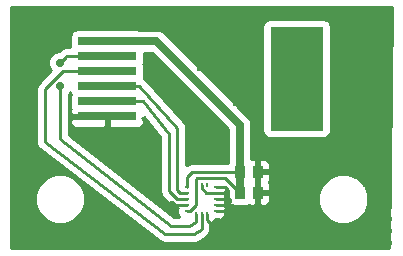
<source format=gtl>
G04 #@! TF.FileFunction,Copper,L1,Top,Signal*
%FSLAX46Y46*%
G04 Gerber Fmt 4.6, Leading zero omitted, Abs format (unit mm)*
G04 Created by KiCad (PCBNEW 4.0.6-e0-6349~53~ubuntu16.04.1) date Sat Jul 29 16:24:50 2017*
%MOMM*%
%LPD*%
G01*
G04 APERTURE LIST*
%ADD10C,0.150000*%
%ADD11C,0.600000*%
%ADD12R,5.000000X0.760000*%
%ADD13R,4.500000X8.800000*%
%ADD14R,0.350000X0.250000*%
%ADD15R,0.250000X0.350000*%
%ADD16R,0.899160X1.000760*%
%ADD17R,0.900000X1.000000*%
%ADD18C,0.700000*%
%ADD19C,0.250000*%
%ADD20C,0.700000*%
%ADD21C,0.254000*%
G04 APERTURE END LIST*
D10*
D11*
X137300000Y-102500000D03*
X137300000Y-101500000D03*
X137300000Y-100500000D03*
X137300000Y-99500000D03*
X137300000Y-98500000D03*
X137300000Y-103500000D03*
X137300000Y-104500000D03*
X155500000Y-112500000D03*
X156500000Y-112500000D03*
X157500000Y-111500000D03*
X156500000Y-111500000D03*
X155500000Y-111500000D03*
X157500000Y-110500000D03*
X156500000Y-110500000D03*
X155500000Y-110500000D03*
X161500000Y-107500000D03*
X160500000Y-107500000D03*
X159500000Y-107500000D03*
X158500000Y-107500000D03*
X161500000Y-106500000D03*
X160500000Y-106500000D03*
X159500000Y-106500000D03*
X158500000Y-106500000D03*
X158500000Y-108500000D03*
X159500000Y-108500000D03*
X160500000Y-108500000D03*
X161500000Y-108500000D03*
X158500000Y-109500000D03*
X159500000Y-109500000D03*
X160500000Y-109500000D03*
X161500000Y-109500000D03*
X158500000Y-110500000D03*
X159500000Y-110500000D03*
X160500000Y-110500000D03*
X161500000Y-110500000D03*
X158500000Y-111500000D03*
X159500000Y-111500000D03*
X160500000Y-111500000D03*
X161500000Y-111500000D03*
D12*
X144000000Y-95425000D03*
X144000000Y-97965000D03*
X144000000Y-100505000D03*
X144000000Y-99235000D03*
X144000000Y-101775000D03*
X144000000Y-96695000D03*
D13*
X160050000Y-98600000D03*
D11*
X152800000Y-104200000D03*
X153800000Y-104200000D03*
X152600000Y-102600000D03*
X151600000Y-102600000D03*
X152400000Y-101400000D03*
X151400000Y-101400000D03*
X150000000Y-100000000D03*
X151000000Y-100000000D03*
X147600000Y-97200000D03*
X149600000Y-98600000D03*
X148600000Y-98600000D03*
X160900000Y-104500000D03*
X159900000Y-104500000D03*
X161900000Y-104500000D03*
X162900000Y-104500000D03*
X161900000Y-105500000D03*
X162900000Y-105500000D03*
X147200000Y-107800000D03*
X148200000Y-106300000D03*
X147200000Y-106300000D03*
X146200000Y-106300000D03*
X145200000Y-106300000D03*
X144300000Y-105900000D03*
X143200000Y-104900000D03*
X144200000Y-104900000D03*
X145200000Y-104900000D03*
X146200000Y-104900000D03*
X147200000Y-104900000D03*
X148200000Y-104900000D03*
X148200000Y-103500000D03*
X147200000Y-103500000D03*
X146200000Y-103500000D03*
X145200000Y-103500000D03*
X144200000Y-103500000D03*
X143200000Y-103500000D03*
X142200000Y-103500000D03*
X161500000Y-112500000D03*
X160500000Y-112500000D03*
X159500000Y-112500000D03*
X158500000Y-112500000D03*
X157500000Y-112500000D03*
X167900000Y-112500000D03*
X166900000Y-112500000D03*
X165900000Y-112500000D03*
X167900000Y-111500000D03*
X166900000Y-111500000D03*
X167900000Y-110500000D03*
X166900000Y-110500000D03*
X167900000Y-109500000D03*
X166900000Y-109500000D03*
X167900000Y-108500000D03*
X166900000Y-108500000D03*
X167900000Y-107500000D03*
X166900000Y-107500000D03*
X165900000Y-107500000D03*
X167900000Y-106500000D03*
X166900000Y-106500000D03*
X165900000Y-106500000D03*
X167900000Y-105500000D03*
X166900000Y-105500000D03*
X165900000Y-105500000D03*
X164900000Y-105500000D03*
X163900000Y-105500000D03*
X167900000Y-104500000D03*
X166900000Y-104500000D03*
X165900000Y-104500000D03*
X164900000Y-104500000D03*
X163900000Y-104500000D03*
X167900000Y-103500000D03*
X166900000Y-103500000D03*
X165900000Y-103500000D03*
X164900000Y-103500000D03*
X163900000Y-103500000D03*
X167900000Y-102500000D03*
X166900000Y-102500000D03*
X165900000Y-102500000D03*
X164900000Y-102500000D03*
X163900000Y-102500000D03*
X167900000Y-101500000D03*
X166900000Y-101500000D03*
X165900000Y-101500000D03*
X164900000Y-101500000D03*
X163900000Y-101500000D03*
X167900000Y-100500000D03*
X166900000Y-100500000D03*
X165900000Y-100500000D03*
X164900000Y-100500000D03*
X163900000Y-100500000D03*
X167900000Y-99500000D03*
X166900000Y-99500000D03*
X165900000Y-99500000D03*
X164900000Y-99500000D03*
X163900000Y-99500000D03*
X167900000Y-98500000D03*
X166900000Y-98500000D03*
X165900000Y-98500000D03*
X164900000Y-98500000D03*
X163900000Y-98500000D03*
X167900000Y-97500000D03*
X166900000Y-97500000D03*
X165900000Y-97500000D03*
X164900000Y-97500000D03*
X163900000Y-97500000D03*
X167900000Y-96500000D03*
X166900000Y-96500000D03*
X165900000Y-96500000D03*
X164900000Y-96500000D03*
X163900000Y-96500000D03*
X167900000Y-95500000D03*
X166900000Y-95500000D03*
X165900000Y-95500000D03*
X164900000Y-95500000D03*
X163900000Y-95500000D03*
X167900000Y-94500000D03*
X166900000Y-94500000D03*
X165900000Y-94500000D03*
X164900000Y-94500000D03*
X163900000Y-94500000D03*
X154900000Y-100700000D03*
X155900000Y-100700000D03*
X156900000Y-100700000D03*
X156900000Y-99200000D03*
X155900000Y-99200000D03*
X154900000Y-99200000D03*
X153900000Y-99200000D03*
X151900000Y-97700000D03*
X152900000Y-97700000D03*
X153900000Y-97700000D03*
X154900000Y-97700000D03*
X155900000Y-97700000D03*
X156900000Y-97700000D03*
X156900000Y-96100000D03*
X155900000Y-96100000D03*
X154900000Y-96100000D03*
X153900000Y-96100000D03*
X152900000Y-96100000D03*
X151900000Y-96100000D03*
X150900000Y-96100000D03*
X150900000Y-94600000D03*
X151900000Y-94600000D03*
X152900000Y-94600000D03*
X153900000Y-94600000D03*
X154900000Y-94600000D03*
X155900000Y-94600000D03*
X156900000Y-94600000D03*
X149900000Y-94600000D03*
X167900000Y-93300000D03*
X166900000Y-93300000D03*
X165900000Y-93300000D03*
X164900000Y-93300000D03*
X163900000Y-93300000D03*
X162900000Y-93300000D03*
X161900000Y-93300000D03*
X160900000Y-93300000D03*
X159900000Y-93300000D03*
X158900000Y-93300000D03*
X157900000Y-93300000D03*
X156900000Y-93300000D03*
X155900000Y-93300000D03*
X154900000Y-93300000D03*
X153900000Y-93300000D03*
X152900000Y-93300000D03*
X151900000Y-93300000D03*
X150900000Y-93300000D03*
X149900000Y-93300000D03*
X148900000Y-93300000D03*
X147900000Y-93300000D03*
X146900000Y-93300000D03*
X145900000Y-93300000D03*
X145600000Y-112600000D03*
X142600000Y-110500000D03*
X143600000Y-110500000D03*
X144600000Y-112600000D03*
X143600000Y-112600000D03*
X142600000Y-112600000D03*
X144600000Y-111600000D03*
X143600000Y-111600000D03*
X142600000Y-111600000D03*
X137400000Y-112500000D03*
X137400000Y-111500000D03*
X137400000Y-110500000D03*
X137400000Y-109500000D03*
X137400000Y-108500000D03*
X137400000Y-107500000D03*
X137400000Y-106500000D03*
X137400000Y-105500000D03*
X136300000Y-112500000D03*
X136300000Y-111500000D03*
X136300000Y-110500000D03*
X136300000Y-109500000D03*
X136300000Y-108500000D03*
X136300000Y-107500000D03*
X136300000Y-106500000D03*
X136300000Y-105500000D03*
X136300000Y-104500000D03*
X136300000Y-103500000D03*
X136300000Y-98500000D03*
X136300000Y-99500000D03*
X136300000Y-100500000D03*
X136300000Y-101500000D03*
X136300000Y-102500000D03*
X143600000Y-93300000D03*
X138300000Y-97300000D03*
X137300000Y-97300000D03*
X136300000Y-97300000D03*
X141300000Y-93300000D03*
X144900000Y-93300000D03*
X138300000Y-96300000D03*
X137300000Y-96300000D03*
X136300000Y-96300000D03*
X142400000Y-93300000D03*
X139300000Y-95300000D03*
X138300000Y-95300000D03*
X137300000Y-95300000D03*
X136300000Y-95300000D03*
X140300000Y-94300000D03*
X139300000Y-94300000D03*
X138300000Y-94300000D03*
X137300000Y-94300000D03*
X136300000Y-94300000D03*
X140300000Y-93300000D03*
X139300000Y-93300000D03*
X138300000Y-93300000D03*
X137300000Y-93300000D03*
X136300000Y-93300000D03*
D14*
X153225000Y-109800000D03*
X153225000Y-109300000D03*
D15*
X152500000Y-107575000D03*
D14*
X153225000Y-107800000D03*
X150775000Y-107800000D03*
X150775000Y-109800000D03*
X150775000Y-108300000D03*
D15*
X151500000Y-107575000D03*
D14*
X150775000Y-108800000D03*
X150775000Y-109300000D03*
X153225000Y-108300000D03*
X153225000Y-108800000D03*
D15*
X152000000Y-107575000D03*
X152000000Y-110025000D03*
X152500000Y-110025000D03*
X151500000Y-110025000D03*
D16*
X156751840Y-108250000D03*
D17*
X155248160Y-108250000D03*
D16*
X156751840Y-106500000D03*
D17*
X155248160Y-106500000D03*
D18*
X149500000Y-109300000D03*
X154200000Y-109000000D03*
X154300000Y-110000000D03*
X153000000Y-111100000D03*
X140000000Y-97250000D03*
X140000000Y-99250000D03*
D19*
X150775000Y-109300000D02*
X149500000Y-109300000D01*
X152000000Y-107575000D02*
X152000000Y-107900000D01*
X152400000Y-108300000D02*
X153225000Y-108300000D01*
X152000000Y-107900000D02*
X152400000Y-108300000D01*
X153225000Y-107800000D02*
X154000000Y-107800000D01*
X154200000Y-108000000D02*
X154200000Y-109000000D01*
X154000000Y-107800000D02*
X154200000Y-108000000D01*
X153225000Y-108300000D02*
X153900000Y-108300000D01*
X154200000Y-108600000D02*
X154200000Y-109000000D01*
X153900000Y-108300000D02*
X154200000Y-108600000D01*
X153225000Y-108800000D02*
X154000000Y-108800000D01*
X153900000Y-109300000D02*
X154200000Y-109000000D01*
X153900000Y-109300000D02*
X153225000Y-109300000D01*
X154000000Y-108800000D02*
X154200000Y-109000000D01*
X153225000Y-109800000D02*
X154100000Y-109800000D01*
X154100000Y-109800000D02*
X154300000Y-110000000D01*
X152500000Y-110025000D02*
X152500000Y-110600000D01*
X152500000Y-110600000D02*
X153000000Y-111100000D01*
X144000000Y-101775000D02*
X142025000Y-101775000D01*
X142025000Y-101775000D02*
X141900000Y-101900000D01*
X149950000Y-107200000D02*
X149950000Y-108050000D01*
X149950000Y-107200000D02*
X149950000Y-102750000D01*
X149950000Y-102750000D02*
X146735000Y-99235000D01*
X144000000Y-99235000D02*
X146735000Y-99235000D01*
X150200000Y-108300000D02*
X150775000Y-108300000D01*
X149950000Y-108050000D02*
X150200000Y-108300000D01*
X149250000Y-107300000D02*
X149250000Y-108150000D01*
X147005000Y-100505000D02*
X149250000Y-103250000D01*
X149250000Y-103250000D02*
X149250000Y-107300000D01*
X144000000Y-100505000D02*
X147005000Y-100505000D01*
X149900000Y-108800000D02*
X150775000Y-108800000D01*
X149250000Y-108150000D02*
X149900000Y-108800000D01*
X150775000Y-109800000D02*
X151000000Y-109800000D01*
X151500000Y-109300000D02*
X151500000Y-107575000D01*
X151000000Y-109800000D02*
X151500000Y-109300000D01*
X151500000Y-107575000D02*
X151500000Y-107100000D01*
X154000000Y-107000000D02*
X155248160Y-108248160D01*
X151600000Y-107000000D02*
X154000000Y-107000000D01*
X151500000Y-107100000D02*
X151600000Y-107000000D01*
X155248160Y-108248160D02*
X155248160Y-108250000D01*
X150775000Y-107800000D02*
X150775000Y-106925000D01*
X151200000Y-106500000D02*
X155248160Y-106500000D01*
X150775000Y-106925000D02*
X151200000Y-106500000D01*
D20*
X155248160Y-106500000D02*
X155248160Y-108250000D01*
X144000000Y-95425000D02*
X148175000Y-95425000D01*
X155248160Y-102498160D02*
X155248160Y-106500000D01*
X148175000Y-95425000D02*
X155248160Y-102498160D01*
D19*
X144175000Y-95600000D02*
X144000000Y-95425000D01*
X152000000Y-110025000D02*
X152000000Y-111300000D01*
X140285000Y-97965000D02*
X144000000Y-97965000D01*
X138750000Y-99500000D02*
X140285000Y-97965000D01*
X138750000Y-104000000D02*
X138750000Y-99500000D01*
X148900000Y-111750000D02*
X138750000Y-104000000D01*
X151400000Y-111750000D02*
X148900000Y-111750000D01*
X152000000Y-111300000D02*
X151400000Y-111750000D01*
X144000000Y-96695000D02*
X140555000Y-96695000D01*
X140555000Y-96695000D02*
X140500000Y-96750000D01*
X151500000Y-110025000D02*
X151500000Y-110700000D01*
X140000000Y-97250000D02*
X140500000Y-96750000D01*
X140000000Y-103750000D02*
X140000000Y-99250000D01*
X149450000Y-111100000D02*
X140000000Y-103750000D01*
X150950000Y-111100000D02*
X149450000Y-111100000D01*
X151500000Y-110700000D02*
X150950000Y-111100000D01*
D21*
G36*
X167874785Y-112973000D02*
X135877000Y-112973000D01*
X135877000Y-109221230D01*
X137872632Y-109221230D01*
X138195766Y-110003274D01*
X138793578Y-110602131D01*
X139575057Y-110926630D01*
X140421230Y-110927368D01*
X141203274Y-110604234D01*
X141802131Y-110006422D01*
X142126630Y-109224943D01*
X142127368Y-108378770D01*
X141804234Y-107596726D01*
X141206422Y-106997869D01*
X140424943Y-106673370D01*
X139578770Y-106672632D01*
X138796726Y-106995766D01*
X138197869Y-107593578D01*
X137873370Y-108375057D01*
X137872632Y-109221230D01*
X135877000Y-109221230D01*
X135877000Y-99500000D01*
X137998000Y-99500000D01*
X137998000Y-104000000D01*
X138007853Y-104049533D01*
X138004670Y-104099933D01*
X138036225Y-104192168D01*
X138055243Y-104287778D01*
X138083300Y-104329768D01*
X138099647Y-104377551D01*
X138164098Y-104450691D01*
X138218256Y-104531744D01*
X138260246Y-104559801D01*
X138293635Y-104597691D01*
X148443635Y-112347691D01*
X148531168Y-112390598D01*
X148612222Y-112444757D01*
X148661754Y-112454610D01*
X148707101Y-112476838D01*
X148804389Y-112482982D01*
X148900000Y-112502000D01*
X151400000Y-112502000D01*
X151492482Y-112483604D01*
X151586632Y-112478472D01*
X151635079Y-112455240D01*
X151687778Y-112444757D01*
X151766178Y-112392372D01*
X151851200Y-112351600D01*
X152451200Y-111901600D01*
X152487070Y-111861594D01*
X152531744Y-111831744D01*
X152584128Y-111753346D01*
X152647077Y-111683139D01*
X152664907Y-111632452D01*
X152694757Y-111587778D01*
X152713152Y-111495300D01*
X152744442Y-111406349D01*
X152741518Y-111352698D01*
X152752000Y-111300000D01*
X152752000Y-110834714D01*
X152984699Y-110738327D01*
X153163327Y-110559698D01*
X153197582Y-110477000D01*
X153388250Y-110477000D01*
X153471250Y-110560000D01*
X153526310Y-110560000D01*
X153759699Y-110463327D01*
X153938327Y-110284698D01*
X154035000Y-110051309D01*
X154035000Y-110021250D01*
X153876250Y-109862500D01*
X153860525Y-109862500D01*
X153938327Y-109784698D01*
X154015596Y-109598154D01*
X154035000Y-109578750D01*
X154035000Y-109521250D01*
X154015596Y-109501846D01*
X153938327Y-109315302D01*
X153923025Y-109300000D01*
X153938327Y-109284698D01*
X154015596Y-109098154D01*
X154035000Y-109078750D01*
X154035000Y-109021250D01*
X154015596Y-109001846D01*
X153938327Y-108815302D01*
X153923025Y-108800000D01*
X153938327Y-108784698D01*
X154015596Y-108598154D01*
X154035000Y-108578750D01*
X154035000Y-108521250D01*
X154015596Y-108501846D01*
X153938327Y-108315302D01*
X153923025Y-108300000D01*
X153938327Y-108284698D01*
X154015596Y-108098154D01*
X154025131Y-108088619D01*
X154158877Y-108222365D01*
X154158877Y-108750000D01*
X154202597Y-108982352D01*
X154339917Y-109195753D01*
X154549443Y-109338917D01*
X154798160Y-109389283D01*
X155698160Y-109389283D01*
X155930512Y-109345563D01*
X155988986Y-109307936D01*
X156175951Y-109385380D01*
X156466090Y-109385380D01*
X156624840Y-109226630D01*
X156624840Y-108377000D01*
X156878840Y-108377000D01*
X156878840Y-109226630D01*
X157037590Y-109385380D01*
X157327729Y-109385380D01*
X157561118Y-109288707D01*
X157628595Y-109221230D01*
X161872632Y-109221230D01*
X162195766Y-110003274D01*
X162793578Y-110602131D01*
X163575057Y-110926630D01*
X164421230Y-110927368D01*
X165203274Y-110604234D01*
X165802131Y-110006422D01*
X166126630Y-109224943D01*
X166127368Y-108378770D01*
X165804234Y-107596726D01*
X165206422Y-106997869D01*
X164424943Y-106673370D01*
X163578770Y-106672632D01*
X162796726Y-106995766D01*
X162197869Y-107593578D01*
X161873370Y-108375057D01*
X161872632Y-109221230D01*
X157628595Y-109221230D01*
X157739747Y-109110079D01*
X157836420Y-108876690D01*
X157836420Y-108535750D01*
X157677670Y-108377000D01*
X156878840Y-108377000D01*
X156624840Y-108377000D01*
X156604840Y-108377000D01*
X156604840Y-108123000D01*
X156624840Y-108123000D01*
X156624840Y-106627000D01*
X156878840Y-106627000D01*
X156878840Y-108123000D01*
X157677670Y-108123000D01*
X157836420Y-107964250D01*
X157836420Y-107623310D01*
X157739747Y-107389921D01*
X157724826Y-107375000D01*
X157739747Y-107360079D01*
X157836420Y-107126690D01*
X157836420Y-106785750D01*
X157677670Y-106627000D01*
X156878840Y-106627000D01*
X156624840Y-106627000D01*
X156604840Y-106627000D01*
X156604840Y-106373000D01*
X156624840Y-106373000D01*
X156624840Y-105523370D01*
X156878840Y-105523370D01*
X156878840Y-106373000D01*
X157677670Y-106373000D01*
X157836420Y-106214250D01*
X157836420Y-105873310D01*
X157739747Y-105639921D01*
X157561118Y-105461293D01*
X157327729Y-105364620D01*
X157037590Y-105364620D01*
X156878840Y-105523370D01*
X156624840Y-105523370D01*
X156466090Y-105364620D01*
X156225160Y-105364620D01*
X156225160Y-102498160D01*
X156150790Y-102124278D01*
X155939003Y-101807317D01*
X148865843Y-94734157D01*
X148663936Y-94599247D01*
X148548882Y-94522370D01*
X148175000Y-94448000D01*
X146708802Y-94448000D01*
X146500000Y-94405717D01*
X141500000Y-94405717D01*
X141267648Y-94449437D01*
X141054247Y-94586757D01*
X140911083Y-94796283D01*
X140860717Y-95045000D01*
X140860717Y-95805000D01*
X140886683Y-95943000D01*
X140555000Y-95943000D01*
X140267222Y-96000243D01*
X140094215Y-96115843D01*
X140023256Y-96163256D01*
X139913588Y-96272924D01*
X139806515Y-96272830D01*
X139447297Y-96421256D01*
X139172222Y-96695851D01*
X139023170Y-97054810D01*
X139022830Y-97443485D01*
X139171256Y-97802703D01*
X139277440Y-97909072D01*
X138218256Y-98968256D01*
X138055243Y-99212222D01*
X137998000Y-99500000D01*
X135877000Y-99500000D01*
X135877000Y-94200000D01*
X157160717Y-94200000D01*
X157160717Y-103000000D01*
X157204437Y-103232352D01*
X157341757Y-103445753D01*
X157551283Y-103588917D01*
X157800000Y-103639283D01*
X162300000Y-103639283D01*
X162532352Y-103595563D01*
X162745753Y-103458243D01*
X162888917Y-103248717D01*
X162939283Y-103000000D01*
X162939283Y-94200000D01*
X162895563Y-93967648D01*
X162758243Y-93754247D01*
X162548717Y-93611083D01*
X162300000Y-93560717D01*
X157800000Y-93560717D01*
X157567648Y-93604437D01*
X157354247Y-93741757D01*
X157211083Y-93951283D01*
X157160717Y-94200000D01*
X135877000Y-94200000D01*
X135877000Y-92577000D01*
X168163407Y-92577000D01*
X167874785Y-112973000D01*
X167874785Y-112973000D01*
G37*
X167874785Y-112973000D02*
X135877000Y-112973000D01*
X135877000Y-109221230D01*
X137872632Y-109221230D01*
X138195766Y-110003274D01*
X138793578Y-110602131D01*
X139575057Y-110926630D01*
X140421230Y-110927368D01*
X141203274Y-110604234D01*
X141802131Y-110006422D01*
X142126630Y-109224943D01*
X142127368Y-108378770D01*
X141804234Y-107596726D01*
X141206422Y-106997869D01*
X140424943Y-106673370D01*
X139578770Y-106672632D01*
X138796726Y-106995766D01*
X138197869Y-107593578D01*
X137873370Y-108375057D01*
X137872632Y-109221230D01*
X135877000Y-109221230D01*
X135877000Y-99500000D01*
X137998000Y-99500000D01*
X137998000Y-104000000D01*
X138007853Y-104049533D01*
X138004670Y-104099933D01*
X138036225Y-104192168D01*
X138055243Y-104287778D01*
X138083300Y-104329768D01*
X138099647Y-104377551D01*
X138164098Y-104450691D01*
X138218256Y-104531744D01*
X138260246Y-104559801D01*
X138293635Y-104597691D01*
X148443635Y-112347691D01*
X148531168Y-112390598D01*
X148612222Y-112444757D01*
X148661754Y-112454610D01*
X148707101Y-112476838D01*
X148804389Y-112482982D01*
X148900000Y-112502000D01*
X151400000Y-112502000D01*
X151492482Y-112483604D01*
X151586632Y-112478472D01*
X151635079Y-112455240D01*
X151687778Y-112444757D01*
X151766178Y-112392372D01*
X151851200Y-112351600D01*
X152451200Y-111901600D01*
X152487070Y-111861594D01*
X152531744Y-111831744D01*
X152584128Y-111753346D01*
X152647077Y-111683139D01*
X152664907Y-111632452D01*
X152694757Y-111587778D01*
X152713152Y-111495300D01*
X152744442Y-111406349D01*
X152741518Y-111352698D01*
X152752000Y-111300000D01*
X152752000Y-110834714D01*
X152984699Y-110738327D01*
X153163327Y-110559698D01*
X153197582Y-110477000D01*
X153388250Y-110477000D01*
X153471250Y-110560000D01*
X153526310Y-110560000D01*
X153759699Y-110463327D01*
X153938327Y-110284698D01*
X154035000Y-110051309D01*
X154035000Y-110021250D01*
X153876250Y-109862500D01*
X153860525Y-109862500D01*
X153938327Y-109784698D01*
X154015596Y-109598154D01*
X154035000Y-109578750D01*
X154035000Y-109521250D01*
X154015596Y-109501846D01*
X153938327Y-109315302D01*
X153923025Y-109300000D01*
X153938327Y-109284698D01*
X154015596Y-109098154D01*
X154035000Y-109078750D01*
X154035000Y-109021250D01*
X154015596Y-109001846D01*
X153938327Y-108815302D01*
X153923025Y-108800000D01*
X153938327Y-108784698D01*
X154015596Y-108598154D01*
X154035000Y-108578750D01*
X154035000Y-108521250D01*
X154015596Y-108501846D01*
X153938327Y-108315302D01*
X153923025Y-108300000D01*
X153938327Y-108284698D01*
X154015596Y-108098154D01*
X154025131Y-108088619D01*
X154158877Y-108222365D01*
X154158877Y-108750000D01*
X154202597Y-108982352D01*
X154339917Y-109195753D01*
X154549443Y-109338917D01*
X154798160Y-109389283D01*
X155698160Y-109389283D01*
X155930512Y-109345563D01*
X155988986Y-109307936D01*
X156175951Y-109385380D01*
X156466090Y-109385380D01*
X156624840Y-109226630D01*
X156624840Y-108377000D01*
X156878840Y-108377000D01*
X156878840Y-109226630D01*
X157037590Y-109385380D01*
X157327729Y-109385380D01*
X157561118Y-109288707D01*
X157628595Y-109221230D01*
X161872632Y-109221230D01*
X162195766Y-110003274D01*
X162793578Y-110602131D01*
X163575057Y-110926630D01*
X164421230Y-110927368D01*
X165203274Y-110604234D01*
X165802131Y-110006422D01*
X166126630Y-109224943D01*
X166127368Y-108378770D01*
X165804234Y-107596726D01*
X165206422Y-106997869D01*
X164424943Y-106673370D01*
X163578770Y-106672632D01*
X162796726Y-106995766D01*
X162197869Y-107593578D01*
X161873370Y-108375057D01*
X161872632Y-109221230D01*
X157628595Y-109221230D01*
X157739747Y-109110079D01*
X157836420Y-108876690D01*
X157836420Y-108535750D01*
X157677670Y-108377000D01*
X156878840Y-108377000D01*
X156624840Y-108377000D01*
X156604840Y-108377000D01*
X156604840Y-108123000D01*
X156624840Y-108123000D01*
X156624840Y-106627000D01*
X156878840Y-106627000D01*
X156878840Y-108123000D01*
X157677670Y-108123000D01*
X157836420Y-107964250D01*
X157836420Y-107623310D01*
X157739747Y-107389921D01*
X157724826Y-107375000D01*
X157739747Y-107360079D01*
X157836420Y-107126690D01*
X157836420Y-106785750D01*
X157677670Y-106627000D01*
X156878840Y-106627000D01*
X156624840Y-106627000D01*
X156604840Y-106627000D01*
X156604840Y-106373000D01*
X156624840Y-106373000D01*
X156624840Y-105523370D01*
X156878840Y-105523370D01*
X156878840Y-106373000D01*
X157677670Y-106373000D01*
X157836420Y-106214250D01*
X157836420Y-105873310D01*
X157739747Y-105639921D01*
X157561118Y-105461293D01*
X157327729Y-105364620D01*
X157037590Y-105364620D01*
X156878840Y-105523370D01*
X156624840Y-105523370D01*
X156466090Y-105364620D01*
X156225160Y-105364620D01*
X156225160Y-102498160D01*
X156150790Y-102124278D01*
X155939003Y-101807317D01*
X148865843Y-94734157D01*
X148663936Y-94599247D01*
X148548882Y-94522370D01*
X148175000Y-94448000D01*
X146708802Y-94448000D01*
X146500000Y-94405717D01*
X141500000Y-94405717D01*
X141267648Y-94449437D01*
X141054247Y-94586757D01*
X140911083Y-94796283D01*
X140860717Y-95045000D01*
X140860717Y-95805000D01*
X140886683Y-95943000D01*
X140555000Y-95943000D01*
X140267222Y-96000243D01*
X140094215Y-96115843D01*
X140023256Y-96163256D01*
X139913588Y-96272924D01*
X139806515Y-96272830D01*
X139447297Y-96421256D01*
X139172222Y-96695851D01*
X139023170Y-97054810D01*
X139022830Y-97443485D01*
X139171256Y-97802703D01*
X139277440Y-97909072D01*
X138218256Y-98968256D01*
X138055243Y-99212222D01*
X137998000Y-99500000D01*
X135877000Y-99500000D01*
X135877000Y-94200000D01*
X157160717Y-94200000D01*
X157160717Y-103000000D01*
X157204437Y-103232352D01*
X157341757Y-103445753D01*
X157551283Y-103588917D01*
X157800000Y-103639283D01*
X162300000Y-103639283D01*
X162532352Y-103595563D01*
X162745753Y-103458243D01*
X162888917Y-103248717D01*
X162939283Y-103000000D01*
X162939283Y-94200000D01*
X162895563Y-93967648D01*
X162758243Y-93754247D01*
X162548717Y-93611083D01*
X162300000Y-93560717D01*
X157800000Y-93560717D01*
X157567648Y-93604437D01*
X157354247Y-93741757D01*
X157211083Y-93951283D01*
X157160717Y-94200000D01*
X135877000Y-94200000D01*
X135877000Y-92577000D01*
X168163407Y-92577000D01*
X167874785Y-112973000D01*
G36*
X140904437Y-99847352D02*
X140917248Y-99867261D01*
X140911083Y-99876283D01*
X140860717Y-100125000D01*
X140860717Y-100885000D01*
X140904437Y-101117352D01*
X140918582Y-101139333D01*
X140865000Y-101268691D01*
X140865000Y-101489250D01*
X141023750Y-101648000D01*
X143873000Y-101648000D01*
X143873000Y-101628000D01*
X144127000Y-101628000D01*
X144127000Y-101648000D01*
X144147000Y-101648000D01*
X144147000Y-101902000D01*
X144127000Y-101902000D01*
X144127000Y-102631250D01*
X144285750Y-102790000D01*
X146626310Y-102790000D01*
X146859699Y-102693327D01*
X147038327Y-102514698D01*
X147135000Y-102281309D01*
X147135000Y-102060750D01*
X146976252Y-101902002D01*
X147135000Y-101902002D01*
X147135000Y-101851788D01*
X148498000Y-103518353D01*
X148498000Y-108150000D01*
X148555243Y-108437778D01*
X148718256Y-108681744D01*
X149368256Y-109331744D01*
X149612222Y-109494757D01*
X149900000Y-109552000D01*
X149965286Y-109552000D01*
X149978947Y-109584979D01*
X149960717Y-109675000D01*
X149960717Y-109925000D01*
X150004437Y-110157352D01*
X150127116Y-110348000D01*
X149708017Y-110348000D01*
X140752000Y-103382209D01*
X140752000Y-102060750D01*
X140865000Y-102060750D01*
X140865000Y-102281309D01*
X140961673Y-102514698D01*
X141140301Y-102693327D01*
X141373690Y-102790000D01*
X143714250Y-102790000D01*
X143873000Y-102631250D01*
X143873000Y-101902000D01*
X141023750Y-101902000D01*
X140865000Y-102060750D01*
X140752000Y-102060750D01*
X140752000Y-99879795D01*
X140827778Y-99804149D01*
X140874938Y-99690576D01*
X140904437Y-99847352D01*
X140904437Y-99847352D01*
G37*
X140904437Y-99847352D02*
X140917248Y-99867261D01*
X140911083Y-99876283D01*
X140860717Y-100125000D01*
X140860717Y-100885000D01*
X140904437Y-101117352D01*
X140918582Y-101139333D01*
X140865000Y-101268691D01*
X140865000Y-101489250D01*
X141023750Y-101648000D01*
X143873000Y-101648000D01*
X143873000Y-101628000D01*
X144127000Y-101628000D01*
X144127000Y-101648000D01*
X144147000Y-101648000D01*
X144147000Y-101902000D01*
X144127000Y-101902000D01*
X144127000Y-102631250D01*
X144285750Y-102790000D01*
X146626310Y-102790000D01*
X146859699Y-102693327D01*
X147038327Y-102514698D01*
X147135000Y-102281309D01*
X147135000Y-102060750D01*
X146976252Y-101902002D01*
X147135000Y-101902002D01*
X147135000Y-101851788D01*
X148498000Y-103518353D01*
X148498000Y-108150000D01*
X148555243Y-108437778D01*
X148718256Y-108681744D01*
X149368256Y-109331744D01*
X149612222Y-109494757D01*
X149900000Y-109552000D01*
X149965286Y-109552000D01*
X149978947Y-109584979D01*
X149960717Y-109675000D01*
X149960717Y-109925000D01*
X150004437Y-110157352D01*
X150127116Y-110348000D01*
X149708017Y-110348000D01*
X140752000Y-103382209D01*
X140752000Y-102060750D01*
X140865000Y-102060750D01*
X140865000Y-102281309D01*
X140961673Y-102514698D01*
X141140301Y-102693327D01*
X141373690Y-102790000D01*
X143714250Y-102790000D01*
X143873000Y-102631250D01*
X143873000Y-101902000D01*
X141023750Y-101902000D01*
X140865000Y-102060750D01*
X140752000Y-102060750D01*
X140752000Y-99879795D01*
X140827778Y-99804149D01*
X140874938Y-99690576D01*
X140904437Y-99847352D01*
G36*
X154271160Y-102902846D02*
X154271160Y-105660665D01*
X154211486Y-105748000D01*
X151200000Y-105748000D01*
X150912222Y-105805243D01*
X150810353Y-105873310D01*
X150702000Y-105945709D01*
X150702000Y-102750000D01*
X150676581Y-102622213D01*
X150656883Y-102493447D01*
X150648075Y-102478902D01*
X150644757Y-102462222D01*
X150572376Y-102353897D01*
X150504896Y-102242463D01*
X147289897Y-98727463D01*
X147276191Y-98717394D01*
X147266744Y-98703256D01*
X147158430Y-98630883D01*
X147091367Y-98581616D01*
X147139283Y-98345000D01*
X147139283Y-97585000D01*
X147095563Y-97352648D01*
X147082752Y-97332739D01*
X147088917Y-97323717D01*
X147139283Y-97075000D01*
X147139283Y-96402000D01*
X147770314Y-96402000D01*
X154271160Y-102902846D01*
X154271160Y-102902846D01*
G37*
X154271160Y-102902846D02*
X154271160Y-105660665D01*
X154211486Y-105748000D01*
X151200000Y-105748000D01*
X150912222Y-105805243D01*
X150810353Y-105873310D01*
X150702000Y-105945709D01*
X150702000Y-102750000D01*
X150676581Y-102622213D01*
X150656883Y-102493447D01*
X150648075Y-102478902D01*
X150644757Y-102462222D01*
X150572376Y-102353897D01*
X150504896Y-102242463D01*
X147289897Y-98727463D01*
X147276191Y-98717394D01*
X147266744Y-98703256D01*
X147158430Y-98630883D01*
X147091367Y-98581616D01*
X147139283Y-98345000D01*
X147139283Y-97585000D01*
X147095563Y-97352648D01*
X147082752Y-97332739D01*
X147088917Y-97323717D01*
X147139283Y-97075000D01*
X147139283Y-96402000D01*
X147770314Y-96402000D01*
X154271160Y-102902846D01*
M02*

</source>
